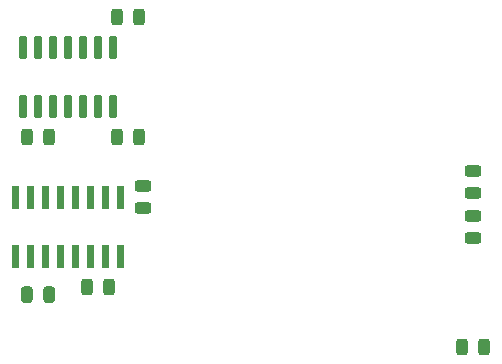
<source format=gbr>
G04 #@! TF.GenerationSoftware,KiCad,Pcbnew,(5.1.12)-1*
G04 #@! TF.CreationDate,2021-12-08T10:01:55+00:00*
G04 #@! TF.ProjectId,PIDController,50494443-6f6e-4747-926f-6c6c65722e6b,rev?*
G04 #@! TF.SameCoordinates,Original*
G04 #@! TF.FileFunction,Paste,Top*
G04 #@! TF.FilePolarity,Positive*
%FSLAX46Y46*%
G04 Gerber Fmt 4.6, Leading zero omitted, Abs format (unit mm)*
G04 Created by KiCad (PCBNEW (5.1.12)-1) date 2021-12-08 10:01:55*
%MOMM*%
%LPD*%
G01*
G04 APERTURE LIST*
G04 APERTURE END LIST*
G36*
G01*
X136346250Y-137315000D02*
X135433750Y-137315000D01*
G75*
G02*
X135190000Y-137071250I0J243750D01*
G01*
X135190000Y-136583750D01*
G75*
G02*
X135433750Y-136340000I243750J0D01*
G01*
X136346250Y-136340000D01*
G75*
G02*
X136590000Y-136583750I0J-243750D01*
G01*
X136590000Y-137071250D01*
G75*
G02*
X136346250Y-137315000I-243750J0D01*
G01*
G37*
G36*
G01*
X136346250Y-135440000D02*
X135433750Y-135440000D01*
G75*
G02*
X135190000Y-135196250I0J243750D01*
G01*
X135190000Y-134708750D01*
G75*
G02*
X135433750Y-134465000I243750J0D01*
G01*
X136346250Y-134465000D01*
G75*
G02*
X136590000Y-134708750I0J-243750D01*
G01*
X136590000Y-135196250D01*
G75*
G02*
X136346250Y-135440000I-243750J0D01*
G01*
G37*
G36*
G01*
X125353000Y-141890000D02*
X124837000Y-141890000D01*
G75*
G02*
X124795000Y-141848000I0J42000D01*
G01*
X124795000Y-139962000D01*
G75*
G02*
X124837000Y-139920000I42000J0D01*
G01*
X125353000Y-139920000D01*
G75*
G02*
X125395000Y-139962000I0J-42000D01*
G01*
X125395000Y-141848000D01*
G75*
G02*
X125353000Y-141890000I-42000J0D01*
G01*
G37*
G36*
G01*
X126623000Y-141890000D02*
X126107000Y-141890000D01*
G75*
G02*
X126065000Y-141848000I0J42000D01*
G01*
X126065000Y-139962000D01*
G75*
G02*
X126107000Y-139920000I42000J0D01*
G01*
X126623000Y-139920000D01*
G75*
G02*
X126665000Y-139962000I0J-42000D01*
G01*
X126665000Y-141848000D01*
G75*
G02*
X126623000Y-141890000I-42000J0D01*
G01*
G37*
G36*
G01*
X127893000Y-141890000D02*
X127377000Y-141890000D01*
G75*
G02*
X127335000Y-141848000I0J42000D01*
G01*
X127335000Y-139962000D01*
G75*
G02*
X127377000Y-139920000I42000J0D01*
G01*
X127893000Y-139920000D01*
G75*
G02*
X127935000Y-139962000I0J-42000D01*
G01*
X127935000Y-141848000D01*
G75*
G02*
X127893000Y-141890000I-42000J0D01*
G01*
G37*
G36*
G01*
X129163000Y-141890000D02*
X128647000Y-141890000D01*
G75*
G02*
X128605000Y-141848000I0J42000D01*
G01*
X128605000Y-139962000D01*
G75*
G02*
X128647000Y-139920000I42000J0D01*
G01*
X129163000Y-139920000D01*
G75*
G02*
X129205000Y-139962000I0J-42000D01*
G01*
X129205000Y-141848000D01*
G75*
G02*
X129163000Y-141890000I-42000J0D01*
G01*
G37*
G36*
G01*
X130433000Y-141890000D02*
X129917000Y-141890000D01*
G75*
G02*
X129875000Y-141848000I0J42000D01*
G01*
X129875000Y-139962000D01*
G75*
G02*
X129917000Y-139920000I42000J0D01*
G01*
X130433000Y-139920000D01*
G75*
G02*
X130475000Y-139962000I0J-42000D01*
G01*
X130475000Y-141848000D01*
G75*
G02*
X130433000Y-141890000I-42000J0D01*
G01*
G37*
G36*
G01*
X131703000Y-141890000D02*
X131187000Y-141890000D01*
G75*
G02*
X131145000Y-141848000I0J42000D01*
G01*
X131145000Y-139962000D01*
G75*
G02*
X131187000Y-139920000I42000J0D01*
G01*
X131703000Y-139920000D01*
G75*
G02*
X131745000Y-139962000I0J-42000D01*
G01*
X131745000Y-141848000D01*
G75*
G02*
X131703000Y-141890000I-42000J0D01*
G01*
G37*
G36*
G01*
X132973000Y-141890000D02*
X132457000Y-141890000D01*
G75*
G02*
X132415000Y-141848000I0J42000D01*
G01*
X132415000Y-139962000D01*
G75*
G02*
X132457000Y-139920000I42000J0D01*
G01*
X132973000Y-139920000D01*
G75*
G02*
X133015000Y-139962000I0J-42000D01*
G01*
X133015000Y-141848000D01*
G75*
G02*
X132973000Y-141890000I-42000J0D01*
G01*
G37*
G36*
G01*
X134243000Y-141890000D02*
X133727000Y-141890000D01*
G75*
G02*
X133685000Y-141848000I0J42000D01*
G01*
X133685000Y-139962000D01*
G75*
G02*
X133727000Y-139920000I42000J0D01*
G01*
X134243000Y-139920000D01*
G75*
G02*
X134285000Y-139962000I0J-42000D01*
G01*
X134285000Y-141848000D01*
G75*
G02*
X134243000Y-141890000I-42000J0D01*
G01*
G37*
G36*
G01*
X134243000Y-136940000D02*
X133727000Y-136940000D01*
G75*
G02*
X133685000Y-136898000I0J42000D01*
G01*
X133685000Y-135012000D01*
G75*
G02*
X133727000Y-134970000I42000J0D01*
G01*
X134243000Y-134970000D01*
G75*
G02*
X134285000Y-135012000I0J-42000D01*
G01*
X134285000Y-136898000D01*
G75*
G02*
X134243000Y-136940000I-42000J0D01*
G01*
G37*
G36*
G01*
X132973000Y-136940000D02*
X132457000Y-136940000D01*
G75*
G02*
X132415000Y-136898000I0J42000D01*
G01*
X132415000Y-135012000D01*
G75*
G02*
X132457000Y-134970000I42000J0D01*
G01*
X132973000Y-134970000D01*
G75*
G02*
X133015000Y-135012000I0J-42000D01*
G01*
X133015000Y-136898000D01*
G75*
G02*
X132973000Y-136940000I-42000J0D01*
G01*
G37*
G36*
G01*
X131703000Y-136940000D02*
X131187000Y-136940000D01*
G75*
G02*
X131145000Y-136898000I0J42000D01*
G01*
X131145000Y-135012000D01*
G75*
G02*
X131187000Y-134970000I42000J0D01*
G01*
X131703000Y-134970000D01*
G75*
G02*
X131745000Y-135012000I0J-42000D01*
G01*
X131745000Y-136898000D01*
G75*
G02*
X131703000Y-136940000I-42000J0D01*
G01*
G37*
G36*
G01*
X130433000Y-136940000D02*
X129917000Y-136940000D01*
G75*
G02*
X129875000Y-136898000I0J42000D01*
G01*
X129875000Y-135012000D01*
G75*
G02*
X129917000Y-134970000I42000J0D01*
G01*
X130433000Y-134970000D01*
G75*
G02*
X130475000Y-135012000I0J-42000D01*
G01*
X130475000Y-136898000D01*
G75*
G02*
X130433000Y-136940000I-42000J0D01*
G01*
G37*
G36*
G01*
X129163000Y-136940000D02*
X128647000Y-136940000D01*
G75*
G02*
X128605000Y-136898000I0J42000D01*
G01*
X128605000Y-135012000D01*
G75*
G02*
X128647000Y-134970000I42000J0D01*
G01*
X129163000Y-134970000D01*
G75*
G02*
X129205000Y-135012000I0J-42000D01*
G01*
X129205000Y-136898000D01*
G75*
G02*
X129163000Y-136940000I-42000J0D01*
G01*
G37*
G36*
G01*
X127893000Y-136940000D02*
X127377000Y-136940000D01*
G75*
G02*
X127335000Y-136898000I0J42000D01*
G01*
X127335000Y-135012000D01*
G75*
G02*
X127377000Y-134970000I42000J0D01*
G01*
X127893000Y-134970000D01*
G75*
G02*
X127935000Y-135012000I0J-42000D01*
G01*
X127935000Y-136898000D01*
G75*
G02*
X127893000Y-136940000I-42000J0D01*
G01*
G37*
G36*
G01*
X126623000Y-136940000D02*
X126107000Y-136940000D01*
G75*
G02*
X126065000Y-136898000I0J42000D01*
G01*
X126065000Y-135012000D01*
G75*
G02*
X126107000Y-134970000I42000J0D01*
G01*
X126623000Y-134970000D01*
G75*
G02*
X126665000Y-135012000I0J-42000D01*
G01*
X126665000Y-136898000D01*
G75*
G02*
X126623000Y-136940000I-42000J0D01*
G01*
G37*
G36*
G01*
X125353000Y-136940000D02*
X124837000Y-136940000D01*
G75*
G02*
X124795000Y-136898000I0J42000D01*
G01*
X124795000Y-135012000D01*
G75*
G02*
X124837000Y-134970000I42000J0D01*
G01*
X125353000Y-134970000D01*
G75*
G02*
X125395000Y-135012000I0J-42000D01*
G01*
X125395000Y-136898000D01*
G75*
G02*
X125353000Y-136940000I-42000J0D01*
G01*
G37*
G36*
G01*
X133140000Y-122270000D02*
X133560000Y-122270000D01*
G75*
G02*
X133650000Y-122360000I0J-90000D01*
G01*
X133650000Y-124150000D01*
G75*
G02*
X133560000Y-124240000I-90000J0D01*
G01*
X133140000Y-124240000D01*
G75*
G02*
X133050000Y-124150000I0J90000D01*
G01*
X133050000Y-122360000D01*
G75*
G02*
X133140000Y-122270000I90000J0D01*
G01*
G37*
G36*
G01*
X131870000Y-122270000D02*
X132290000Y-122270000D01*
G75*
G02*
X132380000Y-122360000I0J-90000D01*
G01*
X132380000Y-124150000D01*
G75*
G02*
X132290000Y-124240000I-90000J0D01*
G01*
X131870000Y-124240000D01*
G75*
G02*
X131780000Y-124150000I0J90000D01*
G01*
X131780000Y-122360000D01*
G75*
G02*
X131870000Y-122270000I90000J0D01*
G01*
G37*
G36*
G01*
X130600000Y-122270000D02*
X131020000Y-122270000D01*
G75*
G02*
X131110000Y-122360000I0J-90000D01*
G01*
X131110000Y-124150000D01*
G75*
G02*
X131020000Y-124240000I-90000J0D01*
G01*
X130600000Y-124240000D01*
G75*
G02*
X130510000Y-124150000I0J90000D01*
G01*
X130510000Y-122360000D01*
G75*
G02*
X130600000Y-122270000I90000J0D01*
G01*
G37*
G36*
G01*
X129330000Y-122270000D02*
X129750000Y-122270000D01*
G75*
G02*
X129840000Y-122360000I0J-90000D01*
G01*
X129840000Y-124150000D01*
G75*
G02*
X129750000Y-124240000I-90000J0D01*
G01*
X129330000Y-124240000D01*
G75*
G02*
X129240000Y-124150000I0J90000D01*
G01*
X129240000Y-122360000D01*
G75*
G02*
X129330000Y-122270000I90000J0D01*
G01*
G37*
G36*
G01*
X128060000Y-122270000D02*
X128480000Y-122270000D01*
G75*
G02*
X128570000Y-122360000I0J-90000D01*
G01*
X128570000Y-124150000D01*
G75*
G02*
X128480000Y-124240000I-90000J0D01*
G01*
X128060000Y-124240000D01*
G75*
G02*
X127970000Y-124150000I0J90000D01*
G01*
X127970000Y-122360000D01*
G75*
G02*
X128060000Y-122270000I90000J0D01*
G01*
G37*
G36*
G01*
X126790000Y-122270000D02*
X127210000Y-122270000D01*
G75*
G02*
X127300000Y-122360000I0J-90000D01*
G01*
X127300000Y-124150000D01*
G75*
G02*
X127210000Y-124240000I-90000J0D01*
G01*
X126790000Y-124240000D01*
G75*
G02*
X126700000Y-124150000I0J90000D01*
G01*
X126700000Y-122360000D01*
G75*
G02*
X126790000Y-122270000I90000J0D01*
G01*
G37*
G36*
G01*
X125520000Y-122270000D02*
X125940000Y-122270000D01*
G75*
G02*
X126030000Y-122360000I0J-90000D01*
G01*
X126030000Y-124150000D01*
G75*
G02*
X125940000Y-124240000I-90000J0D01*
G01*
X125520000Y-124240000D01*
G75*
G02*
X125430000Y-124150000I0J90000D01*
G01*
X125430000Y-122360000D01*
G75*
G02*
X125520000Y-122270000I90000J0D01*
G01*
G37*
G36*
G01*
X125520000Y-127220000D02*
X125940000Y-127220000D01*
G75*
G02*
X126030000Y-127310000I0J-90000D01*
G01*
X126030000Y-129100000D01*
G75*
G02*
X125940000Y-129190000I-90000J0D01*
G01*
X125520000Y-129190000D01*
G75*
G02*
X125430000Y-129100000I0J90000D01*
G01*
X125430000Y-127310000D01*
G75*
G02*
X125520000Y-127220000I90000J0D01*
G01*
G37*
G36*
G01*
X126790000Y-127220000D02*
X127210000Y-127220000D01*
G75*
G02*
X127300000Y-127310000I0J-90000D01*
G01*
X127300000Y-129100000D01*
G75*
G02*
X127210000Y-129190000I-90000J0D01*
G01*
X126790000Y-129190000D01*
G75*
G02*
X126700000Y-129100000I0J90000D01*
G01*
X126700000Y-127310000D01*
G75*
G02*
X126790000Y-127220000I90000J0D01*
G01*
G37*
G36*
G01*
X128060000Y-127220000D02*
X128480000Y-127220000D01*
G75*
G02*
X128570000Y-127310000I0J-90000D01*
G01*
X128570000Y-129100000D01*
G75*
G02*
X128480000Y-129190000I-90000J0D01*
G01*
X128060000Y-129190000D01*
G75*
G02*
X127970000Y-129100000I0J90000D01*
G01*
X127970000Y-127310000D01*
G75*
G02*
X128060000Y-127220000I90000J0D01*
G01*
G37*
G36*
G01*
X129330000Y-127220000D02*
X129750000Y-127220000D01*
G75*
G02*
X129840000Y-127310000I0J-90000D01*
G01*
X129840000Y-129100000D01*
G75*
G02*
X129750000Y-129190000I-90000J0D01*
G01*
X129330000Y-129190000D01*
G75*
G02*
X129240000Y-129100000I0J90000D01*
G01*
X129240000Y-127310000D01*
G75*
G02*
X129330000Y-127220000I90000J0D01*
G01*
G37*
G36*
G01*
X130600000Y-127220000D02*
X131020000Y-127220000D01*
G75*
G02*
X131110000Y-127310000I0J-90000D01*
G01*
X131110000Y-129100000D01*
G75*
G02*
X131020000Y-129190000I-90000J0D01*
G01*
X130600000Y-129190000D01*
G75*
G02*
X130510000Y-129100000I0J90000D01*
G01*
X130510000Y-127310000D01*
G75*
G02*
X130600000Y-127220000I90000J0D01*
G01*
G37*
G36*
G01*
X131870000Y-127220000D02*
X132290000Y-127220000D01*
G75*
G02*
X132380000Y-127310000I0J-90000D01*
G01*
X132380000Y-129100000D01*
G75*
G02*
X132290000Y-129190000I-90000J0D01*
G01*
X131870000Y-129190000D01*
G75*
G02*
X131780000Y-129100000I0J90000D01*
G01*
X131780000Y-127310000D01*
G75*
G02*
X131870000Y-127220000I90000J0D01*
G01*
G37*
G36*
G01*
X133140000Y-127220000D02*
X133560000Y-127220000D01*
G75*
G02*
X133650000Y-127310000I0J-90000D01*
G01*
X133650000Y-129100000D01*
G75*
G02*
X133560000Y-129190000I-90000J0D01*
G01*
X133140000Y-129190000D01*
G75*
G02*
X133050000Y-129100000I0J90000D01*
G01*
X133050000Y-127310000D01*
G75*
G02*
X133140000Y-127220000I90000J0D01*
G01*
G37*
G36*
G01*
X134170000Y-120193750D02*
X134170000Y-121106250D01*
G75*
G02*
X133926250Y-121350000I-243750J0D01*
G01*
X133438750Y-121350000D01*
G75*
G02*
X133195000Y-121106250I0J243750D01*
G01*
X133195000Y-120193750D01*
G75*
G02*
X133438750Y-119950000I243750J0D01*
G01*
X133926250Y-119950000D01*
G75*
G02*
X134170000Y-120193750I0J-243750D01*
G01*
G37*
G36*
G01*
X136045000Y-120193750D02*
X136045000Y-121106250D01*
G75*
G02*
X135801250Y-121350000I-243750J0D01*
G01*
X135313750Y-121350000D01*
G75*
G02*
X135070000Y-121106250I0J243750D01*
G01*
X135070000Y-120193750D01*
G75*
G02*
X135313750Y-119950000I243750J0D01*
G01*
X135801250Y-119950000D01*
G75*
G02*
X136045000Y-120193750I0J-243750D01*
G01*
G37*
G36*
G01*
X136045000Y-130353750D02*
X136045000Y-131266250D01*
G75*
G02*
X135801250Y-131510000I-243750J0D01*
G01*
X135313750Y-131510000D01*
G75*
G02*
X135070000Y-131266250I0J243750D01*
G01*
X135070000Y-130353750D01*
G75*
G02*
X135313750Y-130110000I243750J0D01*
G01*
X135801250Y-130110000D01*
G75*
G02*
X136045000Y-130353750I0J-243750D01*
G01*
G37*
G36*
G01*
X134170000Y-130353750D02*
X134170000Y-131266250D01*
G75*
G02*
X133926250Y-131510000I-243750J0D01*
G01*
X133438750Y-131510000D01*
G75*
G02*
X133195000Y-131266250I0J243750D01*
G01*
X133195000Y-130353750D01*
G75*
G02*
X133438750Y-130110000I243750J0D01*
G01*
X133926250Y-130110000D01*
G75*
G02*
X134170000Y-130353750I0J-243750D01*
G01*
G37*
G36*
G01*
X125575000Y-131266250D02*
X125575000Y-130353750D01*
G75*
G02*
X125818750Y-130110000I243750J0D01*
G01*
X126306250Y-130110000D01*
G75*
G02*
X126550000Y-130353750I0J-243750D01*
G01*
X126550000Y-131266250D01*
G75*
G02*
X126306250Y-131510000I-243750J0D01*
G01*
X125818750Y-131510000D01*
G75*
G02*
X125575000Y-131266250I0J243750D01*
G01*
G37*
G36*
G01*
X127450000Y-131266250D02*
X127450000Y-130353750D01*
G75*
G02*
X127693750Y-130110000I243750J0D01*
G01*
X128181250Y-130110000D01*
G75*
G02*
X128425000Y-130353750I0J-243750D01*
G01*
X128425000Y-131266250D01*
G75*
G02*
X128181250Y-131510000I-243750J0D01*
G01*
X127693750Y-131510000D01*
G75*
G02*
X127450000Y-131266250I0J243750D01*
G01*
G37*
G36*
G01*
X128425000Y-143688750D02*
X128425000Y-144601250D01*
G75*
G02*
X128181250Y-144845000I-243750J0D01*
G01*
X127693750Y-144845000D01*
G75*
G02*
X127450000Y-144601250I0J243750D01*
G01*
X127450000Y-143688750D01*
G75*
G02*
X127693750Y-143445000I243750J0D01*
G01*
X128181250Y-143445000D01*
G75*
G02*
X128425000Y-143688750I0J-243750D01*
G01*
G37*
G36*
G01*
X126550000Y-143688750D02*
X126550000Y-144601250D01*
G75*
G02*
X126306250Y-144845000I-243750J0D01*
G01*
X125818750Y-144845000D01*
G75*
G02*
X125575000Y-144601250I0J243750D01*
G01*
X125575000Y-143688750D01*
G75*
G02*
X125818750Y-143445000I243750J0D01*
G01*
X126306250Y-143445000D01*
G75*
G02*
X126550000Y-143688750I0J-243750D01*
G01*
G37*
G36*
G01*
X132530000Y-143966250D02*
X132530000Y-143053750D01*
G75*
G02*
X132773750Y-142810000I243750J0D01*
G01*
X133261250Y-142810000D01*
G75*
G02*
X133505000Y-143053750I0J-243750D01*
G01*
X133505000Y-143966250D01*
G75*
G02*
X133261250Y-144210000I-243750J0D01*
G01*
X132773750Y-144210000D01*
G75*
G02*
X132530000Y-143966250I0J243750D01*
G01*
G37*
G36*
G01*
X130655000Y-143966250D02*
X130655000Y-143053750D01*
G75*
G02*
X130898750Y-142810000I243750J0D01*
G01*
X131386250Y-142810000D01*
G75*
G02*
X131630000Y-143053750I0J-243750D01*
G01*
X131630000Y-143966250D01*
G75*
G02*
X131386250Y-144210000I-243750J0D01*
G01*
X130898750Y-144210000D01*
G75*
G02*
X130655000Y-143966250I0J243750D01*
G01*
G37*
G36*
G01*
X163380000Y-148133750D02*
X163380000Y-149046250D01*
G75*
G02*
X163136250Y-149290000I-243750J0D01*
G01*
X162648750Y-149290000D01*
G75*
G02*
X162405000Y-149046250I0J243750D01*
G01*
X162405000Y-148133750D01*
G75*
G02*
X162648750Y-147890000I243750J0D01*
G01*
X163136250Y-147890000D01*
G75*
G02*
X163380000Y-148133750I0J-243750D01*
G01*
G37*
G36*
G01*
X165255000Y-148133750D02*
X165255000Y-149046250D01*
G75*
G02*
X165011250Y-149290000I-243750J0D01*
G01*
X164523750Y-149290000D01*
G75*
G02*
X164280000Y-149046250I0J243750D01*
G01*
X164280000Y-148133750D01*
G75*
G02*
X164523750Y-147890000I243750J0D01*
G01*
X165011250Y-147890000D01*
G75*
G02*
X165255000Y-148133750I0J-243750D01*
G01*
G37*
G36*
G01*
X164286250Y-139855000D02*
X163373750Y-139855000D01*
G75*
G02*
X163130000Y-139611250I0J243750D01*
G01*
X163130000Y-139123750D01*
G75*
G02*
X163373750Y-138880000I243750J0D01*
G01*
X164286250Y-138880000D01*
G75*
G02*
X164530000Y-139123750I0J-243750D01*
G01*
X164530000Y-139611250D01*
G75*
G02*
X164286250Y-139855000I-243750J0D01*
G01*
G37*
G36*
G01*
X164286250Y-137980000D02*
X163373750Y-137980000D01*
G75*
G02*
X163130000Y-137736250I0J243750D01*
G01*
X163130000Y-137248750D01*
G75*
G02*
X163373750Y-137005000I243750J0D01*
G01*
X164286250Y-137005000D01*
G75*
G02*
X164530000Y-137248750I0J-243750D01*
G01*
X164530000Y-137736250D01*
G75*
G02*
X164286250Y-137980000I-243750J0D01*
G01*
G37*
G36*
G01*
X164286250Y-134170000D02*
X163373750Y-134170000D01*
G75*
G02*
X163130000Y-133926250I0J243750D01*
G01*
X163130000Y-133438750D01*
G75*
G02*
X163373750Y-133195000I243750J0D01*
G01*
X164286250Y-133195000D01*
G75*
G02*
X164530000Y-133438750I0J-243750D01*
G01*
X164530000Y-133926250D01*
G75*
G02*
X164286250Y-134170000I-243750J0D01*
G01*
G37*
G36*
G01*
X164286250Y-136045000D02*
X163373750Y-136045000D01*
G75*
G02*
X163130000Y-135801250I0J243750D01*
G01*
X163130000Y-135313750D01*
G75*
G02*
X163373750Y-135070000I243750J0D01*
G01*
X164286250Y-135070000D01*
G75*
G02*
X164530000Y-135313750I0J-243750D01*
G01*
X164530000Y-135801250D01*
G75*
G02*
X164286250Y-136045000I-243750J0D01*
G01*
G37*
M02*

</source>
